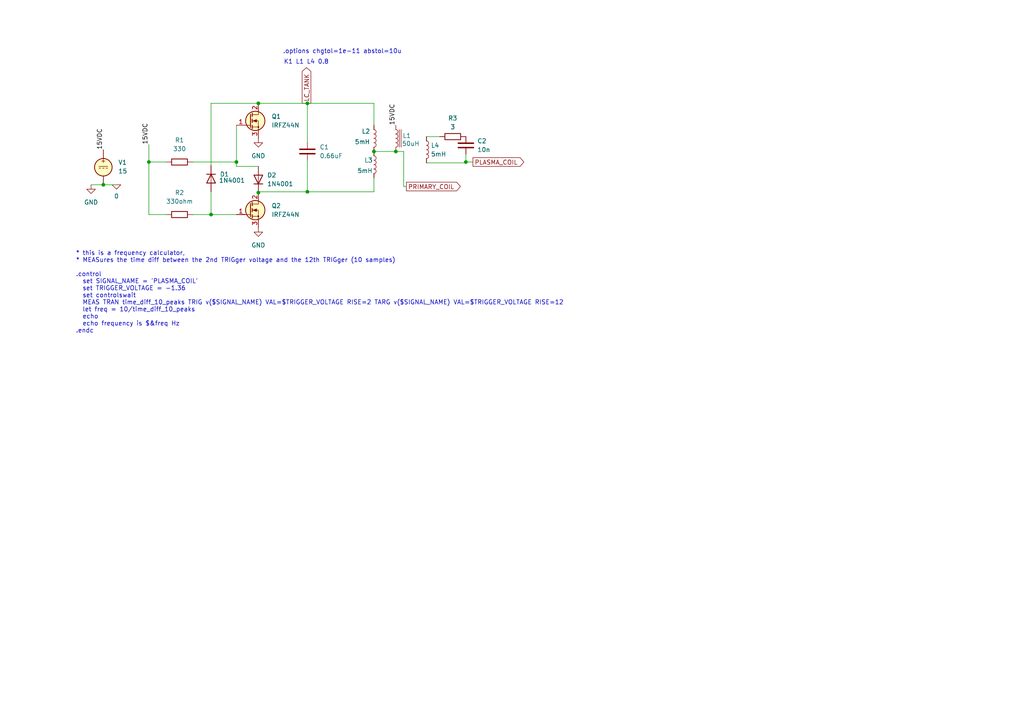
<source format=kicad_sch>
(kicad_sch (version 20230121) (generator eeschema)
  (paper "A4")
  (lib_symbols
    (symbol "Device:L" (pin_numbers hide) (pin_names (offset 1.016) hide)
      (property "Reference" "L" (at -1.27 0 90))
      (property "Value" "L" (at 1.905 0 90))
      (symbol "L_0_1"
        (arc (start 0 -2.54) (mid 0.6323 -1.905) (end 0 -1.27))
        (arc (start 0 -1.27) (mid 0.6323 -0.635) (end 0 0))
        (arc (start 0 0) (mid 0.6323 0.635) (end 0 1.27))
        (arc (start 0 1.27) (mid 0.6323 1.905) (end 0 2.54))
      )
      (symbol "L_1_1"
        (pin passive line (at 0 3.81 270) (length 1.27) (name "1") (number "1"))
        (pin passive line (at 0 -3.81 90) (length 1.27) (name "2") (number "2"))
      )
    )
    (symbol "Device:L_Iron" (pin_numbers hide) (pin_names (offset 1.016) hide)
      (property "Reference" "L" (at -1.27 0 90))
      (property "Value" "L_Iron" (at 2.794 0 90))
      (symbol "L_Iron_0_1"
        (arc (start 0 -2.54) (mid 0.6323 -1.905) (end 0 -1.27))
        (arc (start 0 -1.27) (mid 0.6323 -0.635) (end 0 0))
        (polyline (pts (xy 1.016 2.54) (xy 1.016 -2.54)))
        (polyline (pts (xy 1.524 -2.54) (xy 1.524 2.54)))
        (arc (start 0 0) (mid 0.6323 0.635) (end 0 1.27))
        (arc (start 0 1.27) (mid 0.6323 1.905) (end 0 2.54))
      )
      (symbol "L_Iron_1_1"
        (pin passive line (at 0 3.81 270) (length 1.27) (name "1") (number "1"))
        (pin passive line (at 0 -3.81 90) (length 1.27) (name "2") (number "2"))
      )
    )
    (symbol "Diode:1N4001" (pin_numbers hide) (pin_names hide)
      (property "Reference" "D" (at 0 2.54 0))
      (property "Value" "1N4001" (at 0 -2.54 0))
      (symbol "1N4001_0_1"
        (polyline (pts (xy -1.27 1.27) (xy -1.27 -1.27)) (stroke (width 0.254)))
        (polyline (pts (xy 1.27 0) (xy -1.27 0)))
        (polyline (pts (xy 1.27 1.27) (xy 1.27 -1.27) (xy -1.27 0) (xy 1.27 1.27)) (stroke (width 0.254)))
      )
      (symbol "1N4001_1_1"
        (pin passive line (at -3.81 0 0) (length 2.54) (name "K") (number "1"))
        (pin passive line (at 3.81 0 180) (length 2.54) (name "A") (number "2"))
      )
    )
    (symbol "PCM_SL_Devices:Capacitor_NP"
      (property "Reference" "C" (at 0 6.35 0))
      (property "Value" "Capacitor_NP" (at 0 3.81 0))
      (symbol "Capacitor_NP_0_1"
        (rectangle (start -0.762 2.286) (end -0.508 -2.286) (fill (type outline)))
        (rectangle (start 0.508 2.286) (end 0.762 -2.286) (fill (type outline)))
      )
      (symbol "Capacitor_NP_1_1"
        (pin passive line (at -2.54 0 0) (length 2) (name "~") (number "1"))
        (pin input line (at 2.54 0 180) (length 2) (name "~") (number "2"))
      )
    )
    (symbol "PCM_SL_Resistors:330ohm"
      (property "Reference" "R" (at 0 5.08 0))
      (property "Value" "330ohm" (at 0 2.54 0))
      (symbol "330ohm_0_1"
        (rectangle (start -2.286 0.889) (end 2.286 -0.889) (stroke (width 0.24)))
      )
      (symbol "330ohm_1_1"
        (pin passive line (at -3.81 0 0) (length 1.5) (name "") (number "1"))
        (pin passive line (at 3.81 0 180) (length 1.5) (name "~") (number "2"))
      )
    )
    (symbol "PCM_Transistor_MOSFET_AKL:IRFZ44N" (pin_names hide)
      (property "Reference" "Q" (at 5.08 1.27 0))
      (property "Value" "IRFZ44N" (at 5.08 -1.27 0))
      (symbol "IRFZ44N_0_1"
        (polyline (pts (xy 0.254 -1.27) (xy -2.54 -1.27)))
        (polyline (pts (xy 0.254 1.905) (xy 0.254 -1.905)) (stroke (width 0.254)))
        (polyline (pts (xy 0.762 -1.778) (xy 2.54 -1.778)))
        (polyline (pts (xy 0.762 -1.27) (xy 0.762 -2.286)) (stroke (width 0.254)))
        (polyline (pts (xy 0.762 0.508) (xy 0.762 -0.508)) (stroke (width 0.254)))
        (polyline (pts (xy 0.762 2.286) (xy 0.762 1.27)) (stroke (width 0.254)))
        (polyline (pts (xy 2.54 1.778) (xy 0.762 1.778)))
        (polyline (pts (xy 2.54 2.54) (xy 2.54 1.778)))
        (polyline (pts (xy 2.54 -2.54) (xy 2.54 0) (xy 0.762 0)))
        (polyline (pts (xy 1.016 0) (xy 2.032 0.381) (xy 2.032 -0.381) (xy 1.016 0)) (fill (type outline)))
        (circle (center 1.651 0) (radius 2.794) (stroke (width 0.254)) (fill (type background)))
        (circle (center 2.54 -1.778) (radius 0.1778) (fill (type outline)))
      )
      (symbol "IRFZ44N_1_1"
        (pin input line (at -3.81 -1.27 0) (length 2.54) (name "G") (number "1"))
        (pin passive line (at 2.54 5.08 270) (length 2.54) (name "D") (number "2"))
        (pin passive line (at 2.54 -5.08 90) (length 2.54) (name "S") (number "3"))
      )
    )
    (symbol "Simulation_SPICE:0" (power) (pin_names (offset 0))
      (property "Value" "0" (at 0 -1.778 0))
      (symbol "0_0_1"
        (polyline (pts (xy -1.27 0) (xy 0 -1.27) (xy 1.27 0) (xy -1.27 0)))
      )
      (symbol "0_1_1"
        (pin power_in line (at 0 0 0) (length 0) hide (name "0") (number "1"))
      )
    )
    (symbol "Simulation_SPICE:VDC" (pin_numbers hide) (pin_names (offset 0.0254))
      (property "Reference" "V" (at 2.54 2.54 0))
      (property "Value" "1" (at 2.54 0 0))
      (symbol "VDC_0_0"
        (polyline (pts (xy -1.27 0.254) (xy 1.27 0.254)))
        (polyline (pts (xy -0.762 -0.254) (xy -1.27 -0.254)))
        (polyline (pts (xy 0.254 -0.254) (xy -0.254 -0.254)))
        (polyline (pts (xy 1.27 -0.254) (xy 0.762 -0.254)))
        (text "+" (at 0 1.905 0) (effects (font (size 1.27 1.27))))
      )
      (symbol "VDC_0_1"
        (circle (center 0 0) (radius 2.54) (stroke (width 0.254)) (fill (type background)))
      )
      (symbol "VDC_1_1"
        (pin passive line (at 0 5.08 270) (length 2.54) (name "~") (number "1"))
        (pin passive line (at 0 -5.08 90) (length 2.54) (name "~") (number "2"))
      )
    )
    (symbol "power:GND" (power) (pin_names (offset 0))
      (property "Value" "GND" (at 0 -3.81 0))
      (symbol "GND_0_1"
        (polyline (pts (xy 0 0) (xy 0 -1.27) (xy 1.27 -1.27) (xy 0 -2.54) (xy -1.27 -1.27) (xy 0 -1.27)))
      )
      (symbol "GND_1_1"
        (pin power_in line (at 0 0 270) (length 0) hide (name "GND") (number "1"))
      )
    )
  )
  (junction (at 61.214 62.23))
  (junction (at 68.58 46.99))
  (junction (at 43.18 46.99))
  (junction (at 108.458 43.942))
  (junction (at 89.154 29.972))
  (junction (at 29.972 53.594))
  (junction (at 114.808 43.942))
  (junction (at 74.93 55.88))
  (junction (at 74.93 29.972))
  (junction (at 89.154 55.626))
  (junction (at 135.128 46.99))
  (wire (pts (xy 61.214 62.23) (xy 68.58 62.23)))
  (wire (pts (xy 89.154 29.972) (xy 74.93 29.972)))
  (wire (pts (xy 123.698 39.624) (xy 127.508 39.624)))
  (wire (pts (xy 108.458 43.942) (xy 114.808 43.942)))
  (wire (pts (xy 135.128 46.99) (xy 135.128 44.704)))
  (wire (pts (xy 55.88 62.23) (xy 61.214 62.23)))
  (wire (pts (xy 74.93 55.626) (xy 74.93 55.88)))
  (wire (pts (xy 26.416 53.594) (xy 29.972 53.594)))
  (wire (pts (xy 108.458 36.322) (xy 108.458 29.972)))
  (wire (pts (xy 108.458 29.972) (xy 89.154 29.972)))
  (wire (pts (xy 89.154 55.626) (xy 74.93 55.626)))
  (wire (pts (xy 48.26 62.23) (xy 43.18 62.23)))
  (wire (pts (xy 68.58 48.26) (xy 68.58 46.99)))
  (wire (pts (xy 61.214 29.972) (xy 74.93 29.972)))
  (wire (pts (xy 74.93 48.26) (xy 68.58 48.26)))
  (wire (pts (xy 43.18 62.23) (xy 43.18 46.99)))
  (wire (pts (xy 29.972 53.594) (xy 33.782 53.594)))
  (wire (pts (xy 89.154 46.482) (xy 89.154 55.626)))
  (wire (pts (xy 43.18 41.91) (xy 43.18 46.99)))
  (wire (pts (xy 123.698 47.244) (xy 135.128 47.244)))
  (wire (pts (xy 117.094 54.102) (xy 117.856 54.102)))
  (wire (pts (xy 108.458 51.562) (xy 108.458 55.626)))
  (wire (pts (xy 89.154 41.402) (xy 89.154 29.972)))
  (wire (pts (xy 135.128 46.99) (xy 137.16 46.99)))
  (wire (pts (xy 117.094 54.102) (xy 117.094 43.942)))
  (wire (pts (xy 117.094 43.942) (xy 114.808 43.942)))
  (wire (pts (xy 135.128 47.244) (xy 135.128 46.99)))
  (wire (pts (xy 61.214 48.006) (xy 61.214 29.972)))
  (wire (pts (xy 55.88 46.99) (xy 68.58 46.99)))
  (wire (pts (xy 68.58 46.99) (xy 68.58 36.322)))
  (wire (pts (xy 43.18 46.99) (xy 48.26 46.99)))
  (wire (pts (xy 108.458 55.626) (xy 89.154 55.626)))
  (wire (pts (xy 61.214 55.626) (xy 61.214 62.23)))
  (text ".options chgtol=1e-11 abstol=10u\n\n" (at 82.042 17.78 0) (effects (font (size 1.27 1.27)) (justify left bottom)))
  (text "* this is a frequency calculator,\n* MEASures the time diff between the 2nd TRIGger voltage and the 12th TRIGger (10 samples)\n\n.control\n  set SIGNAL_NAME = 'PLASMA_COIL'\n  set TRIGGER_VOLTAGE = -1.36\n  set controlswait\n  MEAS TRAN time_diff_10_peaks TRIG v($SIGNAL_NAME) VAL=$TRIGGER_VOLTAGE RISE=2 TARG v($SIGNAL_NAME) VAL=$TRIGGER_VOLTAGE RISE=12\n  let freq = 10/time_diff_10_peaks\n  echo\n  echo frequency is $&freq Hz\n.endc" (at 21.971 96.774 0) (effects (font (size 1.27 1.27)) (justify left bottom)))
  (text "K1 L1 L4 0.8\n" (at 82.296 18.796 0) (effects (font (size 1.27 1.27)) (justify left bottom)))
  (label "15VDC" (at 29.972 43.434 90))
  (label "15VDC" (at 43.18 41.91 90))
  (label "15VDC" (at 114.808 36.322 90))
  (global_label "LC_TANK" (shape output) (at 88.9 29.972 90) (property "Intersheetrefs" "${INTERSHEET_REFS}" (effects hide)))
  (global_label "PRIMARY_COIL" (shape output) (at 117.856 54.102 0) (property "Intersheetrefs" "${INTERSHEET_REFS}" (effects hide)))
  (global_label "PLASMA_COIL" (shape output) (at 137.16 46.99 0) (property "Intersheetrefs" "${INTERSHEET_REFS}" (effects hide)))
  (symbol (lib_id "PCM_Transistor_MOSFET_AKL:IRFZ44N") (at 72.39 35.052 0) (unit 1)
    (property "Reference" "Q1" (at 78.74 33.782 0) (effects (justify left)))
    (property "Value" "IRFZ44N" (at 78.74 36.322 0) (effects (justify left)))
    (property "Footprint" "Package_TO_SOT_THT_AKL:TO-220-3_Vertical_GDS" (effects hide))
    (property "Datasheet" "https://www.tme.eu/Document/057c54506cb7c07cd36d9e96d4a41c5b/irfz44n.pdf" (effects hide))
    (property "Sim.Library" "irfz44n.spi" (effects hide))
    (property "Sim.Name" "irfz44n" (effects hide))
    (property "Sim.Device" "SUBCKT" (effects hide))
    (property "Sim.Pins" "1=1 2=2 3=3" (effects hide))
  )
  (symbol (lib_id "Simulation_SPICE:VDC") (at 29.972 48.514 0) (unit 1)
    (property "Reference" "V1" (at 34.29 47.1142 0) (effects (justify left)))
    (property "Value" "15" (at 34.29 49.6542 0) (effects (justify left)))
    (property "Sim.Pins" "1=+ 2=-" (effects hide))
    (property "Sim.Type" "DC" (effects hide))
    (property "Sim.Device" "V" (effects hide))
  )
  (symbol (lib_id "power:GND") (at 74.93 66.04 0) (unit 1)
    (property "Reference" "#PWR03" (effects hide))
    (property "Value" "GND" (at 74.93 71.12 0))
  )
  (symbol (lib_id "power:GND") (at 74.93 40.132 0) (unit 1)
    (property "Reference" "#PWR04" (effects hide))
    (property "Value" "GND" (at 74.93 45.212 0))
  )
  (symbol (lib_id "PCM_Transistor_MOSFET_AKL:IRFZ44N") (at 72.39 60.96 0) (unit 1)
    (property "Reference" "Q2" (at 78.74 59.69 0) (effects (justify left)))
    (property "Value" "IRFZ44N" (at 78.74 62.23 0) (effects (justify left)))
    (property "Footprint" "Package_TO_SOT_THT_AKL:TO-220-3_Vertical_GDS" (effects hide))
    (property "Datasheet" "https://www.tme.eu/Document/057c54506cb7c07cd36d9e96d4a41c5b/irfz44n.pdf" (effects hide))
    (property "Sim.Library" "irfz44n.spi" (effects hide))
    (property "Sim.Name" "irfz44n" (effects hide))
    (property "Sim.Device" "SUBCKT" (effects hide))
    (property "Sim.Pins" "1=1 2=2 3=3" (effects hide))
  )
  (symbol (lib_id "Simulation_SPICE:0") (at 33.782 53.594 0) (unit 1)
    (property "Reference" "#GND01" (effects hide))
    (property "Value" "0" (at 33.782 56.896 0))
  )
  (symbol (lib_id "PCM_SL_Resistors:330ohm") (at 52.07 46.99 0) (unit 1)
    (property "Reference" "R1" (at 52.07 40.64 0))
    (property "Value" "330" (at 52.07 43.18 0))
    (property "Footprint" "Resistor_THT:R_Axial_DIN0207_L6.3mm_D2.5mm_P10.16mm_Horizontal" (effects hide))
    (property "Sim.Device" "R" (effects hide))
    (property "Sim.Pins" "1=+ 2=-" (effects hide))
  )
  (symbol (lib_id "Device:L") (at 123.698 43.434 0) (unit 1)
    (property "Reference" "L4" (at 124.968 42.164 0) (effects (justify left)))
    (property "Value" "5mH" (at 124.968 44.704 0) (effects (justify left)))
  )
  (symbol (lib_id "PCM_SL_Resistors:330ohm") (at 52.07 62.23 0) (unit 1)
    (property "Reference" "R2" (at 52.07 55.88 0))
    (property "Value" "330ohm" (at 52.07 58.42 0))
    (property "Footprint" "Resistor_THT:R_Axial_DIN0207_L6.3mm_D2.5mm_P10.16mm_Horizontal" (effects hide))
  )
  (symbol (lib_id "Device:L_Iron") (at 114.808 40.132 0) (unit 1)
    (property "Reference" "L1" (at 117.983 39.37 0))
    (property "Value" "50uH" (at 119.126 41.656 0))
    (property "Sim.Device" "L" (effects hide))
    (property "Sim.Pins" "1=+ 2=-" (effects hide))
    (property "Sim.Params" "l=50u" (effects hide))
  )
  (symbol (lib_id "Diode:1N4001") (at 61.214 51.816 270) (unit 1)
    (property "Reference" "D1" (at 63.754 50.546 90) (effects (justify left)))
    (property "Value" "1N4001" (at 63.5 52.324 90) (effects (justify left)))
    (property "Footprint" "Diode_THT:D_DO-41_SOD81_P10.16mm_Horizontal" (effects hide))
    (property "Datasheet" "http://www.vishay.com/docs/88503/1n4001.pdf" (effects hide))
    (property "Sim.Device" "D" (effects hide))
    (property "Sim.Pins" "1=A 2=K" (effects hide))
    (property "Sim.Library" "1N4001.spice" (effects hide))
    (property "Sim.Name" "DI_1N4001" (effects hide))
  )
  (symbol (lib_id "Diode:1N4001") (at 74.93 52.07 90) (unit 1)
    (property "Reference" "D2" (at 77.47 50.8 90) (effects (justify right)))
    (property "Value" "1N4001" (at 77.47 53.34 90) (effects (justify right)))
    (property "Footprint" "Diode_THT:D_DO-41_SOD81_P10.16mm_Horizontal" (effects hide))
    (property "Datasheet" "http://www.vishay.com/docs/88503/1n4001.pdf" (effects hide))
    (property "Sim.Device" "D" (effects hide))
    (property "Sim.Pins" "1=A 2=K" (effects hide))
    (property "Sim.Library" "1N4001.spice" (effects hide))
    (property "Sim.Name" "DI_1N4001" (effects hide))
  )
  (symbol (lib_id "Device:L") (at 108.458 40.132 0) (unit 1)
    (property "Reference" "L2" (at 104.902 38.1 0) (effects (justify left)))
    (property "Value" "5mH" (at 102.87 41.148 0) (effects (justify left)))
  )
  (symbol (lib_id "power:GND") (at 26.416 53.594 0) (unit 1)
    (property "Reference" "#PWR01" (effects hide))
    (property "Value" "GND" (at 26.416 58.674 0))
  )
  (symbol (lib_id "PCM_SL_Devices:Capacitor_NP") (at 89.154 43.942 90) (unit 1)
    (property "Reference" "C1" (at 92.71 42.672 90) (effects (justify right)))
    (property "Value" "0.66uF" (at 92.71 45.212 90) (effects (justify right)))
    (property "Footprint" "Capacitor_THT:C_Disc_D3.0mm_W2.0mm_P2.50mm" (effects hide))
  )
  (symbol (lib_id "PCM_SL_Devices:Capacitor_NP") (at 135.128 42.164 90) (unit 1)
    (property "Reference" "C2" (at 138.43 40.894 90) (effects (justify right)))
    (property "Value" "10n" (at 138.43 43.434 90) (effects (justify right)))
    (property "Footprint" "Capacitor_THT:C_Disc_D3.0mm_W2.0mm_P2.50mm" (effects hide))
    (property "Sim.Device" "C" (effects hide))
    (property "Sim.Pins" "1=+ 2=-" (effects hide))
  )
  (symbol (lib_id "PCM_SL_Resistors:330ohm") (at 131.318 39.624 0) (unit 1)
    (property "Reference" "R3" (at 131.318 34.29 0))
    (property "Value" "3" (at 131.318 36.83 0))
    (property "Footprint" "Resistor_THT:R_Axial_DIN0207_L6.3mm_D2.5mm_P10.16mm_Horizontal" (effects hide))
    (property "Sim.Device" "R" (effects hide))
    (property "Sim.Pins" "1=+ 2=-" (effects hide))
  )
  (symbol (lib_id "Device:L") (at 108.458 47.752 0) (unit 1)
    (property "Reference" "L3" (at 105.664 46.482 0) (effects (justify left)))
    (property "Value" "5mH" (at 103.632 49.53 0) (effects (justify left)))
  )
)
</source>
